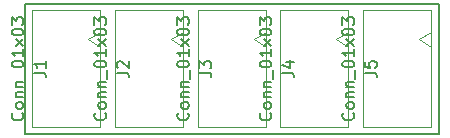
<source format=gbr>
%TF.GenerationSoftware,KiCad,Pcbnew,(5.1.9)-1*%
%TF.CreationDate,2021-06-10T11:00:13+02:00*%
%TF.ProjectId,20_Multiprise_JST_3pins,32305f4d-756c-4746-9970-726973655f4a,rev?*%
%TF.SameCoordinates,Original*%
%TF.FileFunction,Other,Fab,Top*%
%FSLAX46Y46*%
G04 Gerber Fmt 4.6, Leading zero omitted, Abs format (unit mm)*
G04 Created by KiCad (PCBNEW (5.1.9)-1) date 2021-06-10 11:00:13*
%MOMM*%
%LPD*%
G01*
G04 APERTURE LIST*
%TA.AperFunction,Profile*%
%ADD10C,0.150000*%
%TD*%
%ADD11C,0.100000*%
%ADD12C,0.150000*%
G04 APERTURE END LIST*
D10*
X145000000Y-133000000D02*
X145000000Y-122000000D01*
X180000000Y-133000000D02*
X145000000Y-133000000D01*
X180000000Y-122000000D02*
X180000000Y-133000000D01*
X145000000Y-122000000D02*
X180000000Y-122000000D01*
D11*
%TO.C,J1*%
X150350000Y-125000000D02*
X151350000Y-125625000D01*
X151350000Y-124375000D02*
X150350000Y-125000000D01*
X151350000Y-132450000D02*
X151350000Y-122550000D01*
X145600000Y-132450000D02*
X151350000Y-132450000D01*
X145600000Y-122550000D02*
X145600000Y-132450000D01*
X151350000Y-122550000D02*
X145600000Y-122550000D01*
%TO.C,J2*%
X158350000Y-122550000D02*
X152600000Y-122550000D01*
X152600000Y-122550000D02*
X152600000Y-132450000D01*
X152600000Y-132450000D02*
X158350000Y-132450000D01*
X158350000Y-132450000D02*
X158350000Y-122550000D01*
X158350000Y-124375000D02*
X157350000Y-125000000D01*
X157350000Y-125000000D02*
X158350000Y-125625000D01*
%TO.C,J3*%
X164350000Y-125000000D02*
X165350000Y-125625000D01*
X165350000Y-124375000D02*
X164350000Y-125000000D01*
X165350000Y-132450000D02*
X165350000Y-122550000D01*
X159600000Y-132450000D02*
X165350000Y-132450000D01*
X159600000Y-122550000D02*
X159600000Y-132450000D01*
X165350000Y-122550000D02*
X159600000Y-122550000D01*
%TO.C,J4*%
X172350000Y-122550000D02*
X166600000Y-122550000D01*
X166600000Y-122550000D02*
X166600000Y-132450000D01*
X166600000Y-132450000D02*
X172350000Y-132450000D01*
X172350000Y-132450000D02*
X172350000Y-122550000D01*
X172350000Y-124375000D02*
X171350000Y-125000000D01*
X171350000Y-125000000D02*
X172350000Y-125625000D01*
%TO.C,J5*%
X178350000Y-125000000D02*
X179350000Y-125625000D01*
X179350000Y-124375000D02*
X178350000Y-125000000D01*
X179350000Y-132450000D02*
X179350000Y-122550000D01*
X173600000Y-132450000D02*
X179350000Y-132450000D01*
X173600000Y-122550000D02*
X173600000Y-132450000D01*
X179350000Y-122550000D02*
X173600000Y-122550000D01*
%TD*%
%TO.C,J1*%
D12*
X144757142Y-131238095D02*
X144804761Y-131285714D01*
X144852380Y-131428571D01*
X144852380Y-131523809D01*
X144804761Y-131666666D01*
X144709523Y-131761904D01*
X144614285Y-131809523D01*
X144423809Y-131857142D01*
X144280952Y-131857142D01*
X144090476Y-131809523D01*
X143995238Y-131761904D01*
X143900000Y-131666666D01*
X143852380Y-131523809D01*
X143852380Y-131428571D01*
X143900000Y-131285714D01*
X143947619Y-131238095D01*
X144852380Y-130666666D02*
X144804761Y-130761904D01*
X144757142Y-130809523D01*
X144661904Y-130857142D01*
X144376190Y-130857142D01*
X144280952Y-130809523D01*
X144233333Y-130761904D01*
X144185714Y-130666666D01*
X144185714Y-130523809D01*
X144233333Y-130428571D01*
X144280952Y-130380952D01*
X144376190Y-130333333D01*
X144661904Y-130333333D01*
X144757142Y-130380952D01*
X144804761Y-130428571D01*
X144852380Y-130523809D01*
X144852380Y-130666666D01*
X144185714Y-129904761D02*
X144852380Y-129904761D01*
X144280952Y-129904761D02*
X144233333Y-129857142D01*
X144185714Y-129761904D01*
X144185714Y-129619047D01*
X144233333Y-129523809D01*
X144328571Y-129476190D01*
X144852380Y-129476190D01*
X144185714Y-129000000D02*
X144852380Y-129000000D01*
X144280952Y-129000000D02*
X144233333Y-128952380D01*
X144185714Y-128857142D01*
X144185714Y-128714285D01*
X144233333Y-128619047D01*
X144328571Y-128571428D01*
X144852380Y-128571428D01*
X144947619Y-128333333D02*
X144947619Y-127571428D01*
X143852380Y-127142857D02*
X143852380Y-127047619D01*
X143900000Y-126952380D01*
X143947619Y-126904761D01*
X144042857Y-126857142D01*
X144233333Y-126809523D01*
X144471428Y-126809523D01*
X144661904Y-126857142D01*
X144757142Y-126904761D01*
X144804761Y-126952380D01*
X144852380Y-127047619D01*
X144852380Y-127142857D01*
X144804761Y-127238095D01*
X144757142Y-127285714D01*
X144661904Y-127333333D01*
X144471428Y-127380952D01*
X144233333Y-127380952D01*
X144042857Y-127333333D01*
X143947619Y-127285714D01*
X143900000Y-127238095D01*
X143852380Y-127142857D01*
X144852380Y-125857142D02*
X144852380Y-126428571D01*
X144852380Y-126142857D02*
X143852380Y-126142857D01*
X143995238Y-126238095D01*
X144090476Y-126333333D01*
X144138095Y-126428571D01*
X144852380Y-125523809D02*
X144185714Y-125000000D01*
X144185714Y-125523809D02*
X144852380Y-125000000D01*
X143852380Y-124428571D02*
X143852380Y-124333333D01*
X143900000Y-124238095D01*
X143947619Y-124190476D01*
X144042857Y-124142857D01*
X144233333Y-124095238D01*
X144471428Y-124095238D01*
X144661904Y-124142857D01*
X144757142Y-124190476D01*
X144804761Y-124238095D01*
X144852380Y-124333333D01*
X144852380Y-124428571D01*
X144804761Y-124523809D01*
X144757142Y-124571428D01*
X144661904Y-124619047D01*
X144471428Y-124666666D01*
X144233333Y-124666666D01*
X144042857Y-124619047D01*
X143947619Y-124571428D01*
X143900000Y-124523809D01*
X143852380Y-124428571D01*
X143852380Y-123761904D02*
X143852380Y-123142857D01*
X144233333Y-123476190D01*
X144233333Y-123333333D01*
X144280952Y-123238095D01*
X144328571Y-123190476D01*
X144423809Y-123142857D01*
X144661904Y-123142857D01*
X144757142Y-123190476D01*
X144804761Y-123238095D01*
X144852380Y-123333333D01*
X144852380Y-123619047D01*
X144804761Y-123714285D01*
X144757142Y-123761904D01*
X145752380Y-127833333D02*
X146466666Y-127833333D01*
X146609523Y-127880952D01*
X146704761Y-127976190D01*
X146752380Y-128119047D01*
X146752380Y-128214285D01*
X146752380Y-126833333D02*
X146752380Y-127404761D01*
X146752380Y-127119047D02*
X145752380Y-127119047D01*
X145895238Y-127214285D01*
X145990476Y-127309523D01*
X146038095Y-127404761D01*
%TO.C,J2*%
X151757142Y-131238095D02*
X151804761Y-131285714D01*
X151852380Y-131428571D01*
X151852380Y-131523809D01*
X151804761Y-131666666D01*
X151709523Y-131761904D01*
X151614285Y-131809523D01*
X151423809Y-131857142D01*
X151280952Y-131857142D01*
X151090476Y-131809523D01*
X150995238Y-131761904D01*
X150900000Y-131666666D01*
X150852380Y-131523809D01*
X150852380Y-131428571D01*
X150900000Y-131285714D01*
X150947619Y-131238095D01*
X151852380Y-130666666D02*
X151804761Y-130761904D01*
X151757142Y-130809523D01*
X151661904Y-130857142D01*
X151376190Y-130857142D01*
X151280952Y-130809523D01*
X151233333Y-130761904D01*
X151185714Y-130666666D01*
X151185714Y-130523809D01*
X151233333Y-130428571D01*
X151280952Y-130380952D01*
X151376190Y-130333333D01*
X151661904Y-130333333D01*
X151757142Y-130380952D01*
X151804761Y-130428571D01*
X151852380Y-130523809D01*
X151852380Y-130666666D01*
X151185714Y-129904761D02*
X151852380Y-129904761D01*
X151280952Y-129904761D02*
X151233333Y-129857142D01*
X151185714Y-129761904D01*
X151185714Y-129619047D01*
X151233333Y-129523809D01*
X151328571Y-129476190D01*
X151852380Y-129476190D01*
X151185714Y-129000000D02*
X151852380Y-129000000D01*
X151280952Y-129000000D02*
X151233333Y-128952380D01*
X151185714Y-128857142D01*
X151185714Y-128714285D01*
X151233333Y-128619047D01*
X151328571Y-128571428D01*
X151852380Y-128571428D01*
X151947619Y-128333333D02*
X151947619Y-127571428D01*
X150852380Y-127142857D02*
X150852380Y-127047619D01*
X150900000Y-126952380D01*
X150947619Y-126904761D01*
X151042857Y-126857142D01*
X151233333Y-126809523D01*
X151471428Y-126809523D01*
X151661904Y-126857142D01*
X151757142Y-126904761D01*
X151804761Y-126952380D01*
X151852380Y-127047619D01*
X151852380Y-127142857D01*
X151804761Y-127238095D01*
X151757142Y-127285714D01*
X151661904Y-127333333D01*
X151471428Y-127380952D01*
X151233333Y-127380952D01*
X151042857Y-127333333D01*
X150947619Y-127285714D01*
X150900000Y-127238095D01*
X150852380Y-127142857D01*
X151852380Y-125857142D02*
X151852380Y-126428571D01*
X151852380Y-126142857D02*
X150852380Y-126142857D01*
X150995238Y-126238095D01*
X151090476Y-126333333D01*
X151138095Y-126428571D01*
X151852380Y-125523809D02*
X151185714Y-125000000D01*
X151185714Y-125523809D02*
X151852380Y-125000000D01*
X150852380Y-124428571D02*
X150852380Y-124333333D01*
X150900000Y-124238095D01*
X150947619Y-124190476D01*
X151042857Y-124142857D01*
X151233333Y-124095238D01*
X151471428Y-124095238D01*
X151661904Y-124142857D01*
X151757142Y-124190476D01*
X151804761Y-124238095D01*
X151852380Y-124333333D01*
X151852380Y-124428571D01*
X151804761Y-124523809D01*
X151757142Y-124571428D01*
X151661904Y-124619047D01*
X151471428Y-124666666D01*
X151233333Y-124666666D01*
X151042857Y-124619047D01*
X150947619Y-124571428D01*
X150900000Y-124523809D01*
X150852380Y-124428571D01*
X150852380Y-123761904D02*
X150852380Y-123142857D01*
X151233333Y-123476190D01*
X151233333Y-123333333D01*
X151280952Y-123238095D01*
X151328571Y-123190476D01*
X151423809Y-123142857D01*
X151661904Y-123142857D01*
X151757142Y-123190476D01*
X151804761Y-123238095D01*
X151852380Y-123333333D01*
X151852380Y-123619047D01*
X151804761Y-123714285D01*
X151757142Y-123761904D01*
X152752380Y-127833333D02*
X153466666Y-127833333D01*
X153609523Y-127880952D01*
X153704761Y-127976190D01*
X153752380Y-128119047D01*
X153752380Y-128214285D01*
X152847619Y-127404761D02*
X152800000Y-127357142D01*
X152752380Y-127261904D01*
X152752380Y-127023809D01*
X152800000Y-126928571D01*
X152847619Y-126880952D01*
X152942857Y-126833333D01*
X153038095Y-126833333D01*
X153180952Y-126880952D01*
X153752380Y-127452380D01*
X153752380Y-126833333D01*
%TO.C,J3*%
X158757142Y-131238095D02*
X158804761Y-131285714D01*
X158852380Y-131428571D01*
X158852380Y-131523809D01*
X158804761Y-131666666D01*
X158709523Y-131761904D01*
X158614285Y-131809523D01*
X158423809Y-131857142D01*
X158280952Y-131857142D01*
X158090476Y-131809523D01*
X157995238Y-131761904D01*
X157900000Y-131666666D01*
X157852380Y-131523809D01*
X157852380Y-131428571D01*
X157900000Y-131285714D01*
X157947619Y-131238095D01*
X158852380Y-130666666D02*
X158804761Y-130761904D01*
X158757142Y-130809523D01*
X158661904Y-130857142D01*
X158376190Y-130857142D01*
X158280952Y-130809523D01*
X158233333Y-130761904D01*
X158185714Y-130666666D01*
X158185714Y-130523809D01*
X158233333Y-130428571D01*
X158280952Y-130380952D01*
X158376190Y-130333333D01*
X158661904Y-130333333D01*
X158757142Y-130380952D01*
X158804761Y-130428571D01*
X158852380Y-130523809D01*
X158852380Y-130666666D01*
X158185714Y-129904761D02*
X158852380Y-129904761D01*
X158280952Y-129904761D02*
X158233333Y-129857142D01*
X158185714Y-129761904D01*
X158185714Y-129619047D01*
X158233333Y-129523809D01*
X158328571Y-129476190D01*
X158852380Y-129476190D01*
X158185714Y-129000000D02*
X158852380Y-129000000D01*
X158280952Y-129000000D02*
X158233333Y-128952380D01*
X158185714Y-128857142D01*
X158185714Y-128714285D01*
X158233333Y-128619047D01*
X158328571Y-128571428D01*
X158852380Y-128571428D01*
X158947619Y-128333333D02*
X158947619Y-127571428D01*
X157852380Y-127142857D02*
X157852380Y-127047619D01*
X157900000Y-126952380D01*
X157947619Y-126904761D01*
X158042857Y-126857142D01*
X158233333Y-126809523D01*
X158471428Y-126809523D01*
X158661904Y-126857142D01*
X158757142Y-126904761D01*
X158804761Y-126952380D01*
X158852380Y-127047619D01*
X158852380Y-127142857D01*
X158804761Y-127238095D01*
X158757142Y-127285714D01*
X158661904Y-127333333D01*
X158471428Y-127380952D01*
X158233333Y-127380952D01*
X158042857Y-127333333D01*
X157947619Y-127285714D01*
X157900000Y-127238095D01*
X157852380Y-127142857D01*
X158852380Y-125857142D02*
X158852380Y-126428571D01*
X158852380Y-126142857D02*
X157852380Y-126142857D01*
X157995238Y-126238095D01*
X158090476Y-126333333D01*
X158138095Y-126428571D01*
X158852380Y-125523809D02*
X158185714Y-125000000D01*
X158185714Y-125523809D02*
X158852380Y-125000000D01*
X157852380Y-124428571D02*
X157852380Y-124333333D01*
X157900000Y-124238095D01*
X157947619Y-124190476D01*
X158042857Y-124142857D01*
X158233333Y-124095238D01*
X158471428Y-124095238D01*
X158661904Y-124142857D01*
X158757142Y-124190476D01*
X158804761Y-124238095D01*
X158852380Y-124333333D01*
X158852380Y-124428571D01*
X158804761Y-124523809D01*
X158757142Y-124571428D01*
X158661904Y-124619047D01*
X158471428Y-124666666D01*
X158233333Y-124666666D01*
X158042857Y-124619047D01*
X157947619Y-124571428D01*
X157900000Y-124523809D01*
X157852380Y-124428571D01*
X157852380Y-123761904D02*
X157852380Y-123142857D01*
X158233333Y-123476190D01*
X158233333Y-123333333D01*
X158280952Y-123238095D01*
X158328571Y-123190476D01*
X158423809Y-123142857D01*
X158661904Y-123142857D01*
X158757142Y-123190476D01*
X158804761Y-123238095D01*
X158852380Y-123333333D01*
X158852380Y-123619047D01*
X158804761Y-123714285D01*
X158757142Y-123761904D01*
X159752380Y-127833333D02*
X160466666Y-127833333D01*
X160609523Y-127880952D01*
X160704761Y-127976190D01*
X160752380Y-128119047D01*
X160752380Y-128214285D01*
X159752380Y-127452380D02*
X159752380Y-126833333D01*
X160133333Y-127166666D01*
X160133333Y-127023809D01*
X160180952Y-126928571D01*
X160228571Y-126880952D01*
X160323809Y-126833333D01*
X160561904Y-126833333D01*
X160657142Y-126880952D01*
X160704761Y-126928571D01*
X160752380Y-127023809D01*
X160752380Y-127309523D01*
X160704761Y-127404761D01*
X160657142Y-127452380D01*
%TO.C,J4*%
X165757142Y-131238095D02*
X165804761Y-131285714D01*
X165852380Y-131428571D01*
X165852380Y-131523809D01*
X165804761Y-131666666D01*
X165709523Y-131761904D01*
X165614285Y-131809523D01*
X165423809Y-131857142D01*
X165280952Y-131857142D01*
X165090476Y-131809523D01*
X164995238Y-131761904D01*
X164900000Y-131666666D01*
X164852380Y-131523809D01*
X164852380Y-131428571D01*
X164900000Y-131285714D01*
X164947619Y-131238095D01*
X165852380Y-130666666D02*
X165804761Y-130761904D01*
X165757142Y-130809523D01*
X165661904Y-130857142D01*
X165376190Y-130857142D01*
X165280952Y-130809523D01*
X165233333Y-130761904D01*
X165185714Y-130666666D01*
X165185714Y-130523809D01*
X165233333Y-130428571D01*
X165280952Y-130380952D01*
X165376190Y-130333333D01*
X165661904Y-130333333D01*
X165757142Y-130380952D01*
X165804761Y-130428571D01*
X165852380Y-130523809D01*
X165852380Y-130666666D01*
X165185714Y-129904761D02*
X165852380Y-129904761D01*
X165280952Y-129904761D02*
X165233333Y-129857142D01*
X165185714Y-129761904D01*
X165185714Y-129619047D01*
X165233333Y-129523809D01*
X165328571Y-129476190D01*
X165852380Y-129476190D01*
X165185714Y-129000000D02*
X165852380Y-129000000D01*
X165280952Y-129000000D02*
X165233333Y-128952380D01*
X165185714Y-128857142D01*
X165185714Y-128714285D01*
X165233333Y-128619047D01*
X165328571Y-128571428D01*
X165852380Y-128571428D01*
X165947619Y-128333333D02*
X165947619Y-127571428D01*
X164852380Y-127142857D02*
X164852380Y-127047619D01*
X164900000Y-126952380D01*
X164947619Y-126904761D01*
X165042857Y-126857142D01*
X165233333Y-126809523D01*
X165471428Y-126809523D01*
X165661904Y-126857142D01*
X165757142Y-126904761D01*
X165804761Y-126952380D01*
X165852380Y-127047619D01*
X165852380Y-127142857D01*
X165804761Y-127238095D01*
X165757142Y-127285714D01*
X165661904Y-127333333D01*
X165471428Y-127380952D01*
X165233333Y-127380952D01*
X165042857Y-127333333D01*
X164947619Y-127285714D01*
X164900000Y-127238095D01*
X164852380Y-127142857D01*
X165852380Y-125857142D02*
X165852380Y-126428571D01*
X165852380Y-126142857D02*
X164852380Y-126142857D01*
X164995238Y-126238095D01*
X165090476Y-126333333D01*
X165138095Y-126428571D01*
X165852380Y-125523809D02*
X165185714Y-125000000D01*
X165185714Y-125523809D02*
X165852380Y-125000000D01*
X164852380Y-124428571D02*
X164852380Y-124333333D01*
X164900000Y-124238095D01*
X164947619Y-124190476D01*
X165042857Y-124142857D01*
X165233333Y-124095238D01*
X165471428Y-124095238D01*
X165661904Y-124142857D01*
X165757142Y-124190476D01*
X165804761Y-124238095D01*
X165852380Y-124333333D01*
X165852380Y-124428571D01*
X165804761Y-124523809D01*
X165757142Y-124571428D01*
X165661904Y-124619047D01*
X165471428Y-124666666D01*
X165233333Y-124666666D01*
X165042857Y-124619047D01*
X164947619Y-124571428D01*
X164900000Y-124523809D01*
X164852380Y-124428571D01*
X164852380Y-123761904D02*
X164852380Y-123142857D01*
X165233333Y-123476190D01*
X165233333Y-123333333D01*
X165280952Y-123238095D01*
X165328571Y-123190476D01*
X165423809Y-123142857D01*
X165661904Y-123142857D01*
X165757142Y-123190476D01*
X165804761Y-123238095D01*
X165852380Y-123333333D01*
X165852380Y-123619047D01*
X165804761Y-123714285D01*
X165757142Y-123761904D01*
X166752380Y-127833333D02*
X167466666Y-127833333D01*
X167609523Y-127880952D01*
X167704761Y-127976190D01*
X167752380Y-128119047D01*
X167752380Y-128214285D01*
X167085714Y-126928571D02*
X167752380Y-126928571D01*
X166704761Y-127166666D02*
X167419047Y-127404761D01*
X167419047Y-126785714D01*
%TO.C,J5*%
X172757142Y-131238095D02*
X172804761Y-131285714D01*
X172852380Y-131428571D01*
X172852380Y-131523809D01*
X172804761Y-131666666D01*
X172709523Y-131761904D01*
X172614285Y-131809523D01*
X172423809Y-131857142D01*
X172280952Y-131857142D01*
X172090476Y-131809523D01*
X171995238Y-131761904D01*
X171900000Y-131666666D01*
X171852380Y-131523809D01*
X171852380Y-131428571D01*
X171900000Y-131285714D01*
X171947619Y-131238095D01*
X172852380Y-130666666D02*
X172804761Y-130761904D01*
X172757142Y-130809523D01*
X172661904Y-130857142D01*
X172376190Y-130857142D01*
X172280952Y-130809523D01*
X172233333Y-130761904D01*
X172185714Y-130666666D01*
X172185714Y-130523809D01*
X172233333Y-130428571D01*
X172280952Y-130380952D01*
X172376190Y-130333333D01*
X172661904Y-130333333D01*
X172757142Y-130380952D01*
X172804761Y-130428571D01*
X172852380Y-130523809D01*
X172852380Y-130666666D01*
X172185714Y-129904761D02*
X172852380Y-129904761D01*
X172280952Y-129904761D02*
X172233333Y-129857142D01*
X172185714Y-129761904D01*
X172185714Y-129619047D01*
X172233333Y-129523809D01*
X172328571Y-129476190D01*
X172852380Y-129476190D01*
X172185714Y-129000000D02*
X172852380Y-129000000D01*
X172280952Y-129000000D02*
X172233333Y-128952380D01*
X172185714Y-128857142D01*
X172185714Y-128714285D01*
X172233333Y-128619047D01*
X172328571Y-128571428D01*
X172852380Y-128571428D01*
X172947619Y-128333333D02*
X172947619Y-127571428D01*
X171852380Y-127142857D02*
X171852380Y-127047619D01*
X171900000Y-126952380D01*
X171947619Y-126904761D01*
X172042857Y-126857142D01*
X172233333Y-126809523D01*
X172471428Y-126809523D01*
X172661904Y-126857142D01*
X172757142Y-126904761D01*
X172804761Y-126952380D01*
X172852380Y-127047619D01*
X172852380Y-127142857D01*
X172804761Y-127238095D01*
X172757142Y-127285714D01*
X172661904Y-127333333D01*
X172471428Y-127380952D01*
X172233333Y-127380952D01*
X172042857Y-127333333D01*
X171947619Y-127285714D01*
X171900000Y-127238095D01*
X171852380Y-127142857D01*
X172852380Y-125857142D02*
X172852380Y-126428571D01*
X172852380Y-126142857D02*
X171852380Y-126142857D01*
X171995238Y-126238095D01*
X172090476Y-126333333D01*
X172138095Y-126428571D01*
X172852380Y-125523809D02*
X172185714Y-125000000D01*
X172185714Y-125523809D02*
X172852380Y-125000000D01*
X171852380Y-124428571D02*
X171852380Y-124333333D01*
X171900000Y-124238095D01*
X171947619Y-124190476D01*
X172042857Y-124142857D01*
X172233333Y-124095238D01*
X172471428Y-124095238D01*
X172661904Y-124142857D01*
X172757142Y-124190476D01*
X172804761Y-124238095D01*
X172852380Y-124333333D01*
X172852380Y-124428571D01*
X172804761Y-124523809D01*
X172757142Y-124571428D01*
X172661904Y-124619047D01*
X172471428Y-124666666D01*
X172233333Y-124666666D01*
X172042857Y-124619047D01*
X171947619Y-124571428D01*
X171900000Y-124523809D01*
X171852380Y-124428571D01*
X171852380Y-123761904D02*
X171852380Y-123142857D01*
X172233333Y-123476190D01*
X172233333Y-123333333D01*
X172280952Y-123238095D01*
X172328571Y-123190476D01*
X172423809Y-123142857D01*
X172661904Y-123142857D01*
X172757142Y-123190476D01*
X172804761Y-123238095D01*
X172852380Y-123333333D01*
X172852380Y-123619047D01*
X172804761Y-123714285D01*
X172757142Y-123761904D01*
X173752380Y-127833333D02*
X174466666Y-127833333D01*
X174609523Y-127880952D01*
X174704761Y-127976190D01*
X174752380Y-128119047D01*
X174752380Y-128214285D01*
X173752380Y-126880952D02*
X173752380Y-127357142D01*
X174228571Y-127404761D01*
X174180952Y-127357142D01*
X174133333Y-127261904D01*
X174133333Y-127023809D01*
X174180952Y-126928571D01*
X174228571Y-126880952D01*
X174323809Y-126833333D01*
X174561904Y-126833333D01*
X174657142Y-126880952D01*
X174704761Y-126928571D01*
X174752380Y-127023809D01*
X174752380Y-127261904D01*
X174704761Y-127357142D01*
X174657142Y-127404761D01*
%TD*%
M02*

</source>
